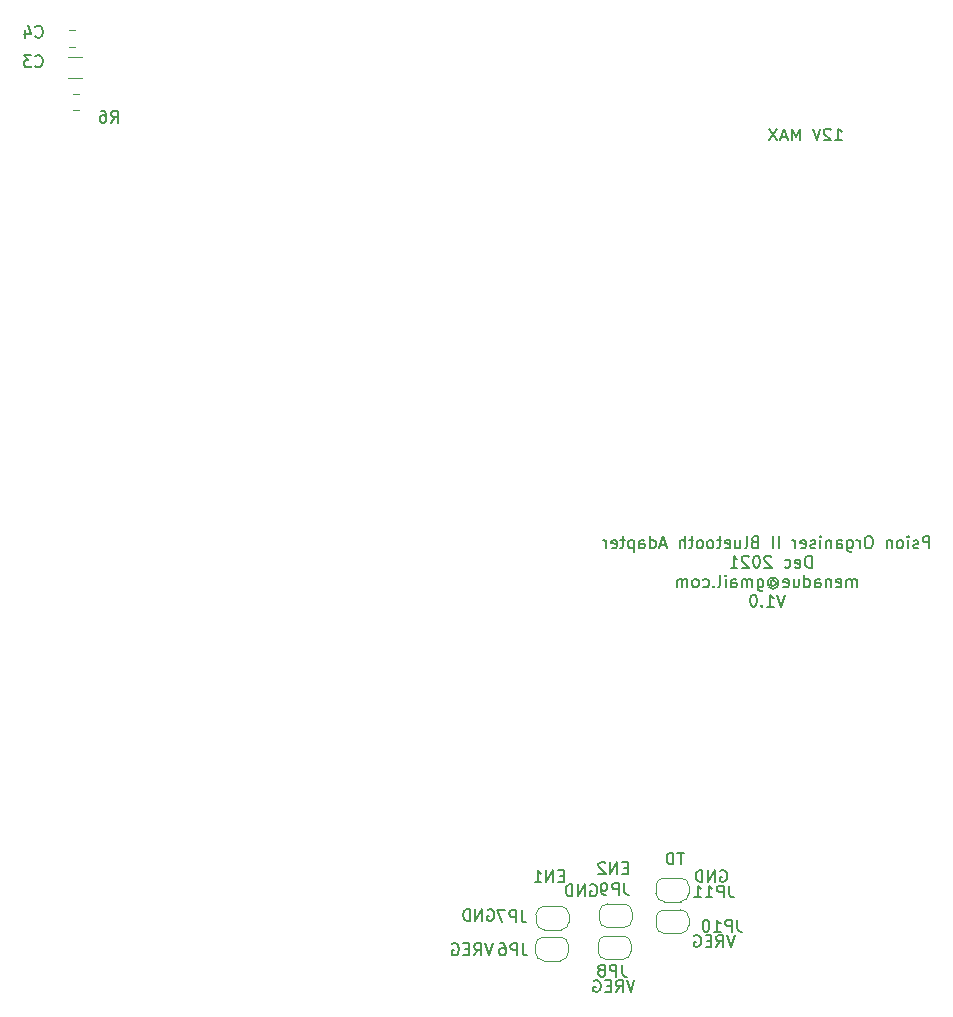
<source format=gbr>
G04 #@! TF.GenerationSoftware,KiCad,Pcbnew,5.1.5+dfsg1-2build2*
G04 #@! TF.CreationDate,2021-12-30T10:18:34+00:00*
G04 #@! TF.ProjectId,psion-org2-bluetooth-adapter,7073696f-6e2d-46f7-9267-322d626c7565,rev?*
G04 #@! TF.SameCoordinates,Original*
G04 #@! TF.FileFunction,Legend,Bot*
G04 #@! TF.FilePolarity,Positive*
%FSLAX46Y46*%
G04 Gerber Fmt 4.6, Leading zero omitted, Abs format (unit mm)*
G04 Created by KiCad (PCBNEW 5.1.5+dfsg1-2build2) date 2021-12-30 10:18:34*
%MOMM*%
%LPD*%
G04 APERTURE LIST*
%ADD10C,0.150000*%
%ADD11C,0.120000*%
G04 APERTURE END LIST*
D10*
X189376190Y-56452380D02*
X189947619Y-56452380D01*
X189661904Y-56452380D02*
X189661904Y-55452380D01*
X189757142Y-55595238D01*
X189852380Y-55690476D01*
X189947619Y-55738095D01*
X188995238Y-55547619D02*
X188947619Y-55500000D01*
X188852380Y-55452380D01*
X188614285Y-55452380D01*
X188519047Y-55500000D01*
X188471428Y-55547619D01*
X188423809Y-55642857D01*
X188423809Y-55738095D01*
X188471428Y-55880952D01*
X189042857Y-56452380D01*
X188423809Y-56452380D01*
X188138095Y-55452380D02*
X187804761Y-56452380D01*
X187471428Y-55452380D01*
X186376190Y-56452380D02*
X186376190Y-55452380D01*
X186042857Y-56166666D01*
X185709523Y-55452380D01*
X185709523Y-56452380D01*
X185280952Y-56166666D02*
X184804761Y-56166666D01*
X185376190Y-56452380D02*
X185042857Y-55452380D01*
X184709523Y-56452380D01*
X184471428Y-55452380D02*
X183804761Y-56452380D01*
X183804761Y-55452380D02*
X184471428Y-56452380D01*
X197361904Y-90977380D02*
X197361904Y-89977380D01*
X196980952Y-89977380D01*
X196885714Y-90025000D01*
X196838095Y-90072619D01*
X196790476Y-90167857D01*
X196790476Y-90310714D01*
X196838095Y-90405952D01*
X196885714Y-90453571D01*
X196980952Y-90501190D01*
X197361904Y-90501190D01*
X196409523Y-90929761D02*
X196314285Y-90977380D01*
X196123809Y-90977380D01*
X196028571Y-90929761D01*
X195980952Y-90834523D01*
X195980952Y-90786904D01*
X196028571Y-90691666D01*
X196123809Y-90644047D01*
X196266666Y-90644047D01*
X196361904Y-90596428D01*
X196409523Y-90501190D01*
X196409523Y-90453571D01*
X196361904Y-90358333D01*
X196266666Y-90310714D01*
X196123809Y-90310714D01*
X196028571Y-90358333D01*
X195552380Y-90977380D02*
X195552380Y-90310714D01*
X195552380Y-89977380D02*
X195600000Y-90025000D01*
X195552380Y-90072619D01*
X195504761Y-90025000D01*
X195552380Y-89977380D01*
X195552380Y-90072619D01*
X194933333Y-90977380D02*
X195028571Y-90929761D01*
X195076190Y-90882142D01*
X195123809Y-90786904D01*
X195123809Y-90501190D01*
X195076190Y-90405952D01*
X195028571Y-90358333D01*
X194933333Y-90310714D01*
X194790476Y-90310714D01*
X194695238Y-90358333D01*
X194647619Y-90405952D01*
X194600000Y-90501190D01*
X194600000Y-90786904D01*
X194647619Y-90882142D01*
X194695238Y-90929761D01*
X194790476Y-90977380D01*
X194933333Y-90977380D01*
X194171428Y-90310714D02*
X194171428Y-90977380D01*
X194171428Y-90405952D02*
X194123809Y-90358333D01*
X194028571Y-90310714D01*
X193885714Y-90310714D01*
X193790476Y-90358333D01*
X193742857Y-90453571D01*
X193742857Y-90977380D01*
X192314285Y-89977380D02*
X192123809Y-89977380D01*
X192028571Y-90025000D01*
X191933333Y-90120238D01*
X191885714Y-90310714D01*
X191885714Y-90644047D01*
X191933333Y-90834523D01*
X192028571Y-90929761D01*
X192123809Y-90977380D01*
X192314285Y-90977380D01*
X192409523Y-90929761D01*
X192504761Y-90834523D01*
X192552380Y-90644047D01*
X192552380Y-90310714D01*
X192504761Y-90120238D01*
X192409523Y-90025000D01*
X192314285Y-89977380D01*
X191457142Y-90977380D02*
X191457142Y-90310714D01*
X191457142Y-90501190D02*
X191409523Y-90405952D01*
X191361904Y-90358333D01*
X191266666Y-90310714D01*
X191171428Y-90310714D01*
X190409523Y-90310714D02*
X190409523Y-91120238D01*
X190457142Y-91215476D01*
X190504761Y-91263095D01*
X190600000Y-91310714D01*
X190742857Y-91310714D01*
X190838095Y-91263095D01*
X190409523Y-90929761D02*
X190504761Y-90977380D01*
X190695238Y-90977380D01*
X190790476Y-90929761D01*
X190838095Y-90882142D01*
X190885714Y-90786904D01*
X190885714Y-90501190D01*
X190838095Y-90405952D01*
X190790476Y-90358333D01*
X190695238Y-90310714D01*
X190504761Y-90310714D01*
X190409523Y-90358333D01*
X189504761Y-90977380D02*
X189504761Y-90453571D01*
X189552380Y-90358333D01*
X189647619Y-90310714D01*
X189838095Y-90310714D01*
X189933333Y-90358333D01*
X189504761Y-90929761D02*
X189600000Y-90977380D01*
X189838095Y-90977380D01*
X189933333Y-90929761D01*
X189980952Y-90834523D01*
X189980952Y-90739285D01*
X189933333Y-90644047D01*
X189838095Y-90596428D01*
X189600000Y-90596428D01*
X189504761Y-90548809D01*
X189028571Y-90310714D02*
X189028571Y-90977380D01*
X189028571Y-90405952D02*
X188980952Y-90358333D01*
X188885714Y-90310714D01*
X188742857Y-90310714D01*
X188647619Y-90358333D01*
X188600000Y-90453571D01*
X188600000Y-90977380D01*
X188123809Y-90977380D02*
X188123809Y-90310714D01*
X188123809Y-89977380D02*
X188171428Y-90025000D01*
X188123809Y-90072619D01*
X188076190Y-90025000D01*
X188123809Y-89977380D01*
X188123809Y-90072619D01*
X187695238Y-90929761D02*
X187600000Y-90977380D01*
X187409523Y-90977380D01*
X187314285Y-90929761D01*
X187266666Y-90834523D01*
X187266666Y-90786904D01*
X187314285Y-90691666D01*
X187409523Y-90644047D01*
X187552380Y-90644047D01*
X187647619Y-90596428D01*
X187695238Y-90501190D01*
X187695238Y-90453571D01*
X187647619Y-90358333D01*
X187552380Y-90310714D01*
X187409523Y-90310714D01*
X187314285Y-90358333D01*
X186457142Y-90929761D02*
X186552380Y-90977380D01*
X186742857Y-90977380D01*
X186838095Y-90929761D01*
X186885714Y-90834523D01*
X186885714Y-90453571D01*
X186838095Y-90358333D01*
X186742857Y-90310714D01*
X186552380Y-90310714D01*
X186457142Y-90358333D01*
X186409523Y-90453571D01*
X186409523Y-90548809D01*
X186885714Y-90644047D01*
X185980952Y-90977380D02*
X185980952Y-90310714D01*
X185980952Y-90501190D02*
X185933333Y-90405952D01*
X185885714Y-90358333D01*
X185790476Y-90310714D01*
X185695238Y-90310714D01*
X184600000Y-90977380D02*
X184600000Y-89977380D01*
X184123809Y-90977380D02*
X184123809Y-89977380D01*
X182552380Y-90453571D02*
X182409523Y-90501190D01*
X182361904Y-90548809D01*
X182314285Y-90644047D01*
X182314285Y-90786904D01*
X182361904Y-90882142D01*
X182409523Y-90929761D01*
X182504761Y-90977380D01*
X182885714Y-90977380D01*
X182885714Y-89977380D01*
X182552380Y-89977380D01*
X182457142Y-90025000D01*
X182409523Y-90072619D01*
X182361904Y-90167857D01*
X182361904Y-90263095D01*
X182409523Y-90358333D01*
X182457142Y-90405952D01*
X182552380Y-90453571D01*
X182885714Y-90453571D01*
X181742857Y-90977380D02*
X181838095Y-90929761D01*
X181885714Y-90834523D01*
X181885714Y-89977380D01*
X180933333Y-90310714D02*
X180933333Y-90977380D01*
X181361904Y-90310714D02*
X181361904Y-90834523D01*
X181314285Y-90929761D01*
X181219047Y-90977380D01*
X181076190Y-90977380D01*
X180980952Y-90929761D01*
X180933333Y-90882142D01*
X180076190Y-90929761D02*
X180171428Y-90977380D01*
X180361904Y-90977380D01*
X180457142Y-90929761D01*
X180504761Y-90834523D01*
X180504761Y-90453571D01*
X180457142Y-90358333D01*
X180361904Y-90310714D01*
X180171428Y-90310714D01*
X180076190Y-90358333D01*
X180028571Y-90453571D01*
X180028571Y-90548809D01*
X180504761Y-90644047D01*
X179742857Y-90310714D02*
X179361904Y-90310714D01*
X179600000Y-89977380D02*
X179600000Y-90834523D01*
X179552380Y-90929761D01*
X179457142Y-90977380D01*
X179361904Y-90977380D01*
X178885714Y-90977380D02*
X178980952Y-90929761D01*
X179028571Y-90882142D01*
X179076190Y-90786904D01*
X179076190Y-90501190D01*
X179028571Y-90405952D01*
X178980952Y-90358333D01*
X178885714Y-90310714D01*
X178742857Y-90310714D01*
X178647619Y-90358333D01*
X178600000Y-90405952D01*
X178552380Y-90501190D01*
X178552380Y-90786904D01*
X178600000Y-90882142D01*
X178647619Y-90929761D01*
X178742857Y-90977380D01*
X178885714Y-90977380D01*
X177980952Y-90977380D02*
X178076190Y-90929761D01*
X178123809Y-90882142D01*
X178171428Y-90786904D01*
X178171428Y-90501190D01*
X178123809Y-90405952D01*
X178076190Y-90358333D01*
X177980952Y-90310714D01*
X177838095Y-90310714D01*
X177742857Y-90358333D01*
X177695238Y-90405952D01*
X177647619Y-90501190D01*
X177647619Y-90786904D01*
X177695238Y-90882142D01*
X177742857Y-90929761D01*
X177838095Y-90977380D01*
X177980952Y-90977380D01*
X177361904Y-90310714D02*
X176980952Y-90310714D01*
X177219047Y-89977380D02*
X177219047Y-90834523D01*
X177171428Y-90929761D01*
X177076190Y-90977380D01*
X176980952Y-90977380D01*
X176647619Y-90977380D02*
X176647619Y-89977380D01*
X176219047Y-90977380D02*
X176219047Y-90453571D01*
X176266666Y-90358333D01*
X176361904Y-90310714D01*
X176504761Y-90310714D01*
X176600000Y-90358333D01*
X176647619Y-90405952D01*
X175028571Y-90691666D02*
X174552380Y-90691666D01*
X175123809Y-90977380D02*
X174790476Y-89977380D01*
X174457142Y-90977380D01*
X173695238Y-90977380D02*
X173695238Y-89977380D01*
X173695238Y-90929761D02*
X173790476Y-90977380D01*
X173980952Y-90977380D01*
X174076190Y-90929761D01*
X174123809Y-90882142D01*
X174171428Y-90786904D01*
X174171428Y-90501190D01*
X174123809Y-90405952D01*
X174076190Y-90358333D01*
X173980952Y-90310714D01*
X173790476Y-90310714D01*
X173695238Y-90358333D01*
X172790476Y-90977380D02*
X172790476Y-90453571D01*
X172838095Y-90358333D01*
X172933333Y-90310714D01*
X173123809Y-90310714D01*
X173219047Y-90358333D01*
X172790476Y-90929761D02*
X172885714Y-90977380D01*
X173123809Y-90977380D01*
X173219047Y-90929761D01*
X173266666Y-90834523D01*
X173266666Y-90739285D01*
X173219047Y-90644047D01*
X173123809Y-90596428D01*
X172885714Y-90596428D01*
X172790476Y-90548809D01*
X172314285Y-90310714D02*
X172314285Y-91310714D01*
X172314285Y-90358333D02*
X172219047Y-90310714D01*
X172028571Y-90310714D01*
X171933333Y-90358333D01*
X171885714Y-90405952D01*
X171838095Y-90501190D01*
X171838095Y-90786904D01*
X171885714Y-90882142D01*
X171933333Y-90929761D01*
X172028571Y-90977380D01*
X172219047Y-90977380D01*
X172314285Y-90929761D01*
X171552380Y-90310714D02*
X171171428Y-90310714D01*
X171409523Y-89977380D02*
X171409523Y-90834523D01*
X171361904Y-90929761D01*
X171266666Y-90977380D01*
X171171428Y-90977380D01*
X170457142Y-90929761D02*
X170552380Y-90977380D01*
X170742857Y-90977380D01*
X170838095Y-90929761D01*
X170885714Y-90834523D01*
X170885714Y-90453571D01*
X170838095Y-90358333D01*
X170742857Y-90310714D01*
X170552380Y-90310714D01*
X170457142Y-90358333D01*
X170409523Y-90453571D01*
X170409523Y-90548809D01*
X170885714Y-90644047D01*
X169980952Y-90977380D02*
X169980952Y-90310714D01*
X169980952Y-90501190D02*
X169933333Y-90405952D01*
X169885714Y-90358333D01*
X169790476Y-90310714D01*
X169695238Y-90310714D01*
X187385714Y-92627380D02*
X187385714Y-91627380D01*
X187147619Y-91627380D01*
X187004761Y-91675000D01*
X186909523Y-91770238D01*
X186861904Y-91865476D01*
X186814285Y-92055952D01*
X186814285Y-92198809D01*
X186861904Y-92389285D01*
X186909523Y-92484523D01*
X187004761Y-92579761D01*
X187147619Y-92627380D01*
X187385714Y-92627380D01*
X186004761Y-92579761D02*
X186100000Y-92627380D01*
X186290476Y-92627380D01*
X186385714Y-92579761D01*
X186433333Y-92484523D01*
X186433333Y-92103571D01*
X186385714Y-92008333D01*
X186290476Y-91960714D01*
X186100000Y-91960714D01*
X186004761Y-92008333D01*
X185957142Y-92103571D01*
X185957142Y-92198809D01*
X186433333Y-92294047D01*
X185100000Y-92579761D02*
X185195238Y-92627380D01*
X185385714Y-92627380D01*
X185480952Y-92579761D01*
X185528571Y-92532142D01*
X185576190Y-92436904D01*
X185576190Y-92151190D01*
X185528571Y-92055952D01*
X185480952Y-92008333D01*
X185385714Y-91960714D01*
X185195238Y-91960714D01*
X185100000Y-92008333D01*
X183957142Y-91722619D02*
X183909523Y-91675000D01*
X183814285Y-91627380D01*
X183576190Y-91627380D01*
X183480952Y-91675000D01*
X183433333Y-91722619D01*
X183385714Y-91817857D01*
X183385714Y-91913095D01*
X183433333Y-92055952D01*
X184004761Y-92627380D01*
X183385714Y-92627380D01*
X182766666Y-91627380D02*
X182671428Y-91627380D01*
X182576190Y-91675000D01*
X182528571Y-91722619D01*
X182480952Y-91817857D01*
X182433333Y-92008333D01*
X182433333Y-92246428D01*
X182480952Y-92436904D01*
X182528571Y-92532142D01*
X182576190Y-92579761D01*
X182671428Y-92627380D01*
X182766666Y-92627380D01*
X182861904Y-92579761D01*
X182909523Y-92532142D01*
X182957142Y-92436904D01*
X183004761Y-92246428D01*
X183004761Y-92008333D01*
X182957142Y-91817857D01*
X182909523Y-91722619D01*
X182861904Y-91675000D01*
X182766666Y-91627380D01*
X182052380Y-91722619D02*
X182004761Y-91675000D01*
X181909523Y-91627380D01*
X181671428Y-91627380D01*
X181576190Y-91675000D01*
X181528571Y-91722619D01*
X181480952Y-91817857D01*
X181480952Y-91913095D01*
X181528571Y-92055952D01*
X182100000Y-92627380D01*
X181480952Y-92627380D01*
X180528571Y-92627380D02*
X181100000Y-92627380D01*
X180814285Y-92627380D02*
X180814285Y-91627380D01*
X180909523Y-91770238D01*
X181004761Y-91865476D01*
X181100000Y-91913095D01*
X191195238Y-94277380D02*
X191195238Y-93610714D01*
X191195238Y-93705952D02*
X191147619Y-93658333D01*
X191052380Y-93610714D01*
X190909523Y-93610714D01*
X190814285Y-93658333D01*
X190766666Y-93753571D01*
X190766666Y-94277380D01*
X190766666Y-93753571D02*
X190719047Y-93658333D01*
X190623809Y-93610714D01*
X190480952Y-93610714D01*
X190385714Y-93658333D01*
X190338095Y-93753571D01*
X190338095Y-94277380D01*
X189480952Y-94229761D02*
X189576190Y-94277380D01*
X189766666Y-94277380D01*
X189861904Y-94229761D01*
X189909523Y-94134523D01*
X189909523Y-93753571D01*
X189861904Y-93658333D01*
X189766666Y-93610714D01*
X189576190Y-93610714D01*
X189480952Y-93658333D01*
X189433333Y-93753571D01*
X189433333Y-93848809D01*
X189909523Y-93944047D01*
X189004761Y-93610714D02*
X189004761Y-94277380D01*
X189004761Y-93705952D02*
X188957142Y-93658333D01*
X188861904Y-93610714D01*
X188719047Y-93610714D01*
X188623809Y-93658333D01*
X188576190Y-93753571D01*
X188576190Y-94277380D01*
X187671428Y-94277380D02*
X187671428Y-93753571D01*
X187719047Y-93658333D01*
X187814285Y-93610714D01*
X188004761Y-93610714D01*
X188100000Y-93658333D01*
X187671428Y-94229761D02*
X187766666Y-94277380D01*
X188004761Y-94277380D01*
X188100000Y-94229761D01*
X188147619Y-94134523D01*
X188147619Y-94039285D01*
X188100000Y-93944047D01*
X188004761Y-93896428D01*
X187766666Y-93896428D01*
X187671428Y-93848809D01*
X186766666Y-94277380D02*
X186766666Y-93277380D01*
X186766666Y-94229761D02*
X186861904Y-94277380D01*
X187052380Y-94277380D01*
X187147619Y-94229761D01*
X187195238Y-94182142D01*
X187242857Y-94086904D01*
X187242857Y-93801190D01*
X187195238Y-93705952D01*
X187147619Y-93658333D01*
X187052380Y-93610714D01*
X186861904Y-93610714D01*
X186766666Y-93658333D01*
X185861904Y-93610714D02*
X185861904Y-94277380D01*
X186290476Y-93610714D02*
X186290476Y-94134523D01*
X186242857Y-94229761D01*
X186147619Y-94277380D01*
X186004761Y-94277380D01*
X185909523Y-94229761D01*
X185861904Y-94182142D01*
X185004761Y-94229761D02*
X185100000Y-94277380D01*
X185290476Y-94277380D01*
X185385714Y-94229761D01*
X185433333Y-94134523D01*
X185433333Y-93753571D01*
X185385714Y-93658333D01*
X185290476Y-93610714D01*
X185100000Y-93610714D01*
X185004761Y-93658333D01*
X184957142Y-93753571D01*
X184957142Y-93848809D01*
X185433333Y-93944047D01*
X183909523Y-93801190D02*
X183957142Y-93753571D01*
X184052380Y-93705952D01*
X184147619Y-93705952D01*
X184242857Y-93753571D01*
X184290476Y-93801190D01*
X184338095Y-93896428D01*
X184338095Y-93991666D01*
X184290476Y-94086904D01*
X184242857Y-94134523D01*
X184147619Y-94182142D01*
X184052380Y-94182142D01*
X183957142Y-94134523D01*
X183909523Y-94086904D01*
X183909523Y-93705952D02*
X183909523Y-94086904D01*
X183861904Y-94134523D01*
X183814285Y-94134523D01*
X183719047Y-94086904D01*
X183671428Y-93991666D01*
X183671428Y-93753571D01*
X183766666Y-93610714D01*
X183909523Y-93515476D01*
X184100000Y-93467857D01*
X184290476Y-93515476D01*
X184433333Y-93610714D01*
X184528571Y-93753571D01*
X184576190Y-93944047D01*
X184528571Y-94134523D01*
X184433333Y-94277380D01*
X184290476Y-94372619D01*
X184100000Y-94420238D01*
X183909523Y-94372619D01*
X183766666Y-94277380D01*
X182814285Y-93610714D02*
X182814285Y-94420238D01*
X182861904Y-94515476D01*
X182909523Y-94563095D01*
X183004761Y-94610714D01*
X183147619Y-94610714D01*
X183242857Y-94563095D01*
X182814285Y-94229761D02*
X182909523Y-94277380D01*
X183100000Y-94277380D01*
X183195238Y-94229761D01*
X183242857Y-94182142D01*
X183290476Y-94086904D01*
X183290476Y-93801190D01*
X183242857Y-93705952D01*
X183195238Y-93658333D01*
X183100000Y-93610714D01*
X182909523Y-93610714D01*
X182814285Y-93658333D01*
X182338095Y-94277380D02*
X182338095Y-93610714D01*
X182338095Y-93705952D02*
X182290476Y-93658333D01*
X182195238Y-93610714D01*
X182052380Y-93610714D01*
X181957142Y-93658333D01*
X181909523Y-93753571D01*
X181909523Y-94277380D01*
X181909523Y-93753571D02*
X181861904Y-93658333D01*
X181766666Y-93610714D01*
X181623809Y-93610714D01*
X181528571Y-93658333D01*
X181480952Y-93753571D01*
X181480952Y-94277380D01*
X180576190Y-94277380D02*
X180576190Y-93753571D01*
X180623809Y-93658333D01*
X180719047Y-93610714D01*
X180909523Y-93610714D01*
X181004761Y-93658333D01*
X180576190Y-94229761D02*
X180671428Y-94277380D01*
X180909523Y-94277380D01*
X181004761Y-94229761D01*
X181052380Y-94134523D01*
X181052380Y-94039285D01*
X181004761Y-93944047D01*
X180909523Y-93896428D01*
X180671428Y-93896428D01*
X180576190Y-93848809D01*
X180100000Y-94277380D02*
X180100000Y-93610714D01*
X180100000Y-93277380D02*
X180147619Y-93325000D01*
X180100000Y-93372619D01*
X180052380Y-93325000D01*
X180100000Y-93277380D01*
X180100000Y-93372619D01*
X179480952Y-94277380D02*
X179576190Y-94229761D01*
X179623809Y-94134523D01*
X179623809Y-93277380D01*
X179100000Y-94182142D02*
X179052380Y-94229761D01*
X179100000Y-94277380D01*
X179147619Y-94229761D01*
X179100000Y-94182142D01*
X179100000Y-94277380D01*
X178195238Y-94229761D02*
X178290476Y-94277380D01*
X178480952Y-94277380D01*
X178576190Y-94229761D01*
X178623809Y-94182142D01*
X178671428Y-94086904D01*
X178671428Y-93801190D01*
X178623809Y-93705952D01*
X178576190Y-93658333D01*
X178480952Y-93610714D01*
X178290476Y-93610714D01*
X178195238Y-93658333D01*
X177623809Y-94277380D02*
X177719047Y-94229761D01*
X177766666Y-94182142D01*
X177814285Y-94086904D01*
X177814285Y-93801190D01*
X177766666Y-93705952D01*
X177719047Y-93658333D01*
X177623809Y-93610714D01*
X177480952Y-93610714D01*
X177385714Y-93658333D01*
X177338095Y-93705952D01*
X177290476Y-93801190D01*
X177290476Y-94086904D01*
X177338095Y-94182142D01*
X177385714Y-94229761D01*
X177480952Y-94277380D01*
X177623809Y-94277380D01*
X176861904Y-94277380D02*
X176861904Y-93610714D01*
X176861904Y-93705952D02*
X176814285Y-93658333D01*
X176719047Y-93610714D01*
X176576190Y-93610714D01*
X176480952Y-93658333D01*
X176433333Y-93753571D01*
X176433333Y-94277380D01*
X176433333Y-93753571D02*
X176385714Y-93658333D01*
X176290476Y-93610714D01*
X176147619Y-93610714D01*
X176052380Y-93658333D01*
X176004761Y-93753571D01*
X176004761Y-94277380D01*
X185123809Y-94927380D02*
X184790476Y-95927380D01*
X184457142Y-94927380D01*
X183600000Y-95927380D02*
X184171428Y-95927380D01*
X183885714Y-95927380D02*
X183885714Y-94927380D01*
X183980952Y-95070238D01*
X184076190Y-95165476D01*
X184171428Y-95213095D01*
X183171428Y-95832142D02*
X183123809Y-95879761D01*
X183171428Y-95927380D01*
X183219047Y-95879761D01*
X183171428Y-95832142D01*
X183171428Y-95927380D01*
X182504761Y-94927380D02*
X182409523Y-94927380D01*
X182314285Y-94975000D01*
X182266666Y-95022619D01*
X182219047Y-95117857D01*
X182171428Y-95308333D01*
X182171428Y-95546428D01*
X182219047Y-95736904D01*
X182266666Y-95832142D01*
X182314285Y-95879761D01*
X182409523Y-95927380D01*
X182504761Y-95927380D01*
X182600000Y-95879761D01*
X182647619Y-95832142D01*
X182695238Y-95736904D01*
X182742857Y-95546428D01*
X182742857Y-95308333D01*
X182695238Y-95117857D01*
X182647619Y-95022619D01*
X182600000Y-94975000D01*
X182504761Y-94927380D01*
X166414285Y-118728571D02*
X166080952Y-118728571D01*
X165938095Y-119252380D02*
X166414285Y-119252380D01*
X166414285Y-118252380D01*
X165938095Y-118252380D01*
X165509523Y-119252380D02*
X165509523Y-118252380D01*
X164938095Y-119252380D01*
X164938095Y-118252380D01*
X163938095Y-119252380D02*
X164509523Y-119252380D01*
X164223809Y-119252380D02*
X164223809Y-118252380D01*
X164319047Y-118395238D01*
X164414285Y-118490476D01*
X164509523Y-118538095D01*
X171814285Y-118028571D02*
X171480952Y-118028571D01*
X171338095Y-118552380D02*
X171814285Y-118552380D01*
X171814285Y-117552380D01*
X171338095Y-117552380D01*
X170909523Y-118552380D02*
X170909523Y-117552380D01*
X170338095Y-118552380D01*
X170338095Y-117552380D01*
X169909523Y-117647619D02*
X169861904Y-117600000D01*
X169766666Y-117552380D01*
X169528571Y-117552380D01*
X169433333Y-117600000D01*
X169385714Y-117647619D01*
X169338095Y-117742857D01*
X169338095Y-117838095D01*
X169385714Y-117980952D01*
X169957142Y-118552380D01*
X169338095Y-118552380D01*
X176585714Y-116752380D02*
X176014285Y-116752380D01*
X176300000Y-117752380D02*
X176300000Y-116752380D01*
X175680952Y-117752380D02*
X175680952Y-116752380D01*
X175442857Y-116752380D01*
X175300000Y-116800000D01*
X175204761Y-116895238D01*
X175157142Y-116990476D01*
X175109523Y-117180952D01*
X175109523Y-117323809D01*
X175157142Y-117514285D01*
X175204761Y-117609523D01*
X175300000Y-117704761D01*
X175442857Y-117752380D01*
X175680952Y-117752380D01*
X172385714Y-127552380D02*
X172052380Y-128552380D01*
X171719047Y-127552380D01*
X170814285Y-128552380D02*
X171147619Y-128076190D01*
X171385714Y-128552380D02*
X171385714Y-127552380D01*
X171004761Y-127552380D01*
X170909523Y-127600000D01*
X170861904Y-127647619D01*
X170814285Y-127742857D01*
X170814285Y-127885714D01*
X170861904Y-127980952D01*
X170909523Y-128028571D01*
X171004761Y-128076190D01*
X171385714Y-128076190D01*
X170385714Y-128028571D02*
X170052380Y-128028571D01*
X169909523Y-128552380D02*
X170385714Y-128552380D01*
X170385714Y-127552380D01*
X169909523Y-127552380D01*
X168957142Y-127600000D02*
X169052380Y-127552380D01*
X169195238Y-127552380D01*
X169338095Y-127600000D01*
X169433333Y-127695238D01*
X169480952Y-127790476D01*
X169528571Y-127980952D01*
X169528571Y-128123809D01*
X169480952Y-128314285D01*
X169433333Y-128409523D01*
X169338095Y-128504761D01*
X169195238Y-128552380D01*
X169100000Y-128552380D01*
X168957142Y-128504761D01*
X168909523Y-128457142D01*
X168909523Y-128123809D01*
X169100000Y-128123809D01*
X160385714Y-124452380D02*
X160052380Y-125452380D01*
X159719047Y-124452380D01*
X158814285Y-125452380D02*
X159147619Y-124976190D01*
X159385714Y-125452380D02*
X159385714Y-124452380D01*
X159004761Y-124452380D01*
X158909523Y-124500000D01*
X158861904Y-124547619D01*
X158814285Y-124642857D01*
X158814285Y-124785714D01*
X158861904Y-124880952D01*
X158909523Y-124928571D01*
X159004761Y-124976190D01*
X159385714Y-124976190D01*
X158385714Y-124928571D02*
X158052380Y-124928571D01*
X157909523Y-125452380D02*
X158385714Y-125452380D01*
X158385714Y-124452380D01*
X157909523Y-124452380D01*
X156957142Y-124500000D02*
X157052380Y-124452380D01*
X157195238Y-124452380D01*
X157338095Y-124500000D01*
X157433333Y-124595238D01*
X157480952Y-124690476D01*
X157528571Y-124880952D01*
X157528571Y-125023809D01*
X157480952Y-125214285D01*
X157433333Y-125309523D01*
X157338095Y-125404761D01*
X157195238Y-125452380D01*
X157100000Y-125452380D01*
X156957142Y-125404761D01*
X156909523Y-125357142D01*
X156909523Y-125023809D01*
X157100000Y-125023809D01*
X159961904Y-121600000D02*
X160057142Y-121552380D01*
X160200000Y-121552380D01*
X160342857Y-121600000D01*
X160438095Y-121695238D01*
X160485714Y-121790476D01*
X160533333Y-121980952D01*
X160533333Y-122123809D01*
X160485714Y-122314285D01*
X160438095Y-122409523D01*
X160342857Y-122504761D01*
X160200000Y-122552380D01*
X160104761Y-122552380D01*
X159961904Y-122504761D01*
X159914285Y-122457142D01*
X159914285Y-122123809D01*
X160104761Y-122123809D01*
X159485714Y-122552380D02*
X159485714Y-121552380D01*
X158914285Y-122552380D01*
X158914285Y-121552380D01*
X158438095Y-122552380D02*
X158438095Y-121552380D01*
X158200000Y-121552380D01*
X158057142Y-121600000D01*
X157961904Y-121695238D01*
X157914285Y-121790476D01*
X157866666Y-121980952D01*
X157866666Y-122123809D01*
X157914285Y-122314285D01*
X157961904Y-122409523D01*
X158057142Y-122504761D01*
X158200000Y-122552380D01*
X158438095Y-122552380D01*
X168661904Y-119500000D02*
X168757142Y-119452380D01*
X168900000Y-119452380D01*
X169042857Y-119500000D01*
X169138095Y-119595238D01*
X169185714Y-119690476D01*
X169233333Y-119880952D01*
X169233333Y-120023809D01*
X169185714Y-120214285D01*
X169138095Y-120309523D01*
X169042857Y-120404761D01*
X168900000Y-120452380D01*
X168804761Y-120452380D01*
X168661904Y-120404761D01*
X168614285Y-120357142D01*
X168614285Y-120023809D01*
X168804761Y-120023809D01*
X168185714Y-120452380D02*
X168185714Y-119452380D01*
X167614285Y-120452380D01*
X167614285Y-119452380D01*
X167138095Y-120452380D02*
X167138095Y-119452380D01*
X166900000Y-119452380D01*
X166757142Y-119500000D01*
X166661904Y-119595238D01*
X166614285Y-119690476D01*
X166566666Y-119880952D01*
X166566666Y-120023809D01*
X166614285Y-120214285D01*
X166661904Y-120309523D01*
X166757142Y-120404761D01*
X166900000Y-120452380D01*
X167138095Y-120452380D01*
X180885714Y-123752380D02*
X180552380Y-124752380D01*
X180219047Y-123752380D01*
X179314285Y-124752380D02*
X179647619Y-124276190D01*
X179885714Y-124752380D02*
X179885714Y-123752380D01*
X179504761Y-123752380D01*
X179409523Y-123800000D01*
X179361904Y-123847619D01*
X179314285Y-123942857D01*
X179314285Y-124085714D01*
X179361904Y-124180952D01*
X179409523Y-124228571D01*
X179504761Y-124276190D01*
X179885714Y-124276190D01*
X178885714Y-124228571D02*
X178552380Y-124228571D01*
X178409523Y-124752380D02*
X178885714Y-124752380D01*
X178885714Y-123752380D01*
X178409523Y-123752380D01*
X177457142Y-123800000D02*
X177552380Y-123752380D01*
X177695238Y-123752380D01*
X177838095Y-123800000D01*
X177933333Y-123895238D01*
X177980952Y-123990476D01*
X178028571Y-124180952D01*
X178028571Y-124323809D01*
X177980952Y-124514285D01*
X177933333Y-124609523D01*
X177838095Y-124704761D01*
X177695238Y-124752380D01*
X177600000Y-124752380D01*
X177457142Y-124704761D01*
X177409523Y-124657142D01*
X177409523Y-124323809D01*
X177600000Y-124323809D01*
X179661904Y-118300000D02*
X179757142Y-118252380D01*
X179900000Y-118252380D01*
X180042857Y-118300000D01*
X180138095Y-118395238D01*
X180185714Y-118490476D01*
X180233333Y-118680952D01*
X180233333Y-118823809D01*
X180185714Y-119014285D01*
X180138095Y-119109523D01*
X180042857Y-119204761D01*
X179900000Y-119252380D01*
X179804761Y-119252380D01*
X179661904Y-119204761D01*
X179614285Y-119157142D01*
X179614285Y-118823809D01*
X179804761Y-118823809D01*
X179185714Y-119252380D02*
X179185714Y-118252380D01*
X178614285Y-119252380D01*
X178614285Y-118252380D01*
X178138095Y-119252380D02*
X178138095Y-118252380D01*
X177900000Y-118252380D01*
X177757142Y-118300000D01*
X177661904Y-118395238D01*
X177614285Y-118490476D01*
X177566666Y-118680952D01*
X177566666Y-118823809D01*
X177614285Y-119014285D01*
X177661904Y-119109523D01*
X177757142Y-119204761D01*
X177900000Y-119252380D01*
X178138095Y-119252380D01*
D11*
X170000000Y-125800000D02*
X171400000Y-125800000D01*
X172100000Y-125100000D02*
X172100000Y-124500000D01*
X171400000Y-123800000D02*
X170000000Y-123800000D01*
X169300000Y-124500000D02*
X169300000Y-125100000D01*
X169300000Y-125100000D02*
G75*
G03X170000000Y-125800000I700000J0D01*
G01*
X170000000Y-123800000D02*
G75*
G03X169300000Y-124500000I0J-700000D01*
G01*
X172100000Y-124500000D02*
G75*
G03X171400000Y-123800000I-700000J0D01*
G01*
X171400000Y-125800000D02*
G75*
G03X172100000Y-125100000I0J700000D01*
G01*
X176300000Y-118900000D02*
X174900000Y-118900000D01*
X174200000Y-119600000D02*
X174200000Y-120200000D01*
X174900000Y-120900000D02*
X176300000Y-120900000D01*
X177000000Y-120200000D02*
X177000000Y-119600000D01*
X177000000Y-119600000D02*
G75*
G03X176300000Y-118900000I-700000J0D01*
G01*
X176300000Y-120900000D02*
G75*
G03X177000000Y-120200000I0J700000D01*
G01*
X174200000Y-120200000D02*
G75*
G03X174900000Y-120900000I700000J0D01*
G01*
X174900000Y-118900000D02*
G75*
G03X174200000Y-119600000I0J-700000D01*
G01*
X176300000Y-121600000D02*
X174900000Y-121600000D01*
X174200000Y-122300000D02*
X174200000Y-122900000D01*
X174900000Y-123600000D02*
X176300000Y-123600000D01*
X177000000Y-122900000D02*
X177000000Y-122300000D01*
X177000000Y-122300000D02*
G75*
G03X176300000Y-121600000I-700000J0D01*
G01*
X176300000Y-123600000D02*
G75*
G03X177000000Y-122900000I0J700000D01*
G01*
X174200000Y-122900000D02*
G75*
G03X174900000Y-123600000I700000J0D01*
G01*
X174900000Y-121600000D02*
G75*
G03X174200000Y-122300000I0J-700000D01*
G01*
X170100000Y-123100000D02*
X171500000Y-123100000D01*
X172200000Y-122400000D02*
X172200000Y-121800000D01*
X171500000Y-121100000D02*
X170100000Y-121100000D01*
X169400000Y-121800000D02*
X169400000Y-122400000D01*
X169400000Y-122400000D02*
G75*
G03X170100000Y-123100000I700000J0D01*
G01*
X170100000Y-121100000D02*
G75*
G03X169400000Y-121800000I0J-700000D01*
G01*
X172200000Y-121800000D02*
G75*
G03X171500000Y-121100000I-700000J0D01*
G01*
X171500000Y-123100000D02*
G75*
G03X172200000Y-122400000I0J700000D01*
G01*
X166150000Y-121300000D02*
X164750000Y-121300000D01*
X164050000Y-122000000D02*
X164050000Y-122600000D01*
X164750000Y-123300000D02*
X166150000Y-123300000D01*
X166850000Y-122600000D02*
X166850000Y-122000000D01*
X166850000Y-122000000D02*
G75*
G03X166150000Y-121300000I-700000J0D01*
G01*
X166150000Y-123300000D02*
G75*
G03X166850000Y-122600000I0J700000D01*
G01*
X164050000Y-122600000D02*
G75*
G03X164750000Y-123300000I700000J0D01*
G01*
X164750000Y-121300000D02*
G75*
G03X164050000Y-122000000I0J-700000D01*
G01*
X166100000Y-123900000D02*
X164700000Y-123900000D01*
X164000000Y-124600000D02*
X164000000Y-125200000D01*
X164700000Y-125900000D02*
X166100000Y-125900000D01*
X166800000Y-125200000D02*
X166800000Y-124600000D01*
X166800000Y-124600000D02*
G75*
G03X166100000Y-123900000I-700000J0D01*
G01*
X166100000Y-125900000D02*
G75*
G03X166800000Y-125200000I0J700000D01*
G01*
X164000000Y-125200000D02*
G75*
G03X164700000Y-125900000I700000J0D01*
G01*
X164700000Y-123900000D02*
G75*
G03X164000000Y-124600000I0J-700000D01*
G01*
X124397936Y-49390000D02*
X125602064Y-49390000D01*
X124397936Y-51210000D02*
X125602064Y-51210000D01*
X125358578Y-53910000D02*
X124841422Y-53910000D01*
X125358578Y-52490000D02*
X124841422Y-52490000D01*
X124541422Y-47090000D02*
X125058578Y-47090000D01*
X124541422Y-48510000D02*
X125058578Y-48510000D01*
D10*
X171333333Y-126252380D02*
X171333333Y-126966666D01*
X171380952Y-127109523D01*
X171476190Y-127204761D01*
X171619047Y-127252380D01*
X171714285Y-127252380D01*
X170857142Y-127252380D02*
X170857142Y-126252380D01*
X170476190Y-126252380D01*
X170380952Y-126300000D01*
X170333333Y-126347619D01*
X170285714Y-126442857D01*
X170285714Y-126585714D01*
X170333333Y-126680952D01*
X170380952Y-126728571D01*
X170476190Y-126776190D01*
X170857142Y-126776190D01*
X169714285Y-126680952D02*
X169809523Y-126633333D01*
X169857142Y-126585714D01*
X169904761Y-126490476D01*
X169904761Y-126442857D01*
X169857142Y-126347619D01*
X169809523Y-126300000D01*
X169714285Y-126252380D01*
X169523809Y-126252380D01*
X169428571Y-126300000D01*
X169380952Y-126347619D01*
X169333333Y-126442857D01*
X169333333Y-126490476D01*
X169380952Y-126585714D01*
X169428571Y-126633333D01*
X169523809Y-126680952D01*
X169714285Y-126680952D01*
X169809523Y-126728571D01*
X169857142Y-126776190D01*
X169904761Y-126871428D01*
X169904761Y-127061904D01*
X169857142Y-127157142D01*
X169809523Y-127204761D01*
X169714285Y-127252380D01*
X169523809Y-127252380D01*
X169428571Y-127204761D01*
X169380952Y-127157142D01*
X169333333Y-127061904D01*
X169333333Y-126871428D01*
X169380952Y-126776190D01*
X169428571Y-126728571D01*
X169523809Y-126680952D01*
X180409523Y-119552380D02*
X180409523Y-120266666D01*
X180457142Y-120409523D01*
X180552380Y-120504761D01*
X180695238Y-120552380D01*
X180790476Y-120552380D01*
X179933333Y-120552380D02*
X179933333Y-119552380D01*
X179552380Y-119552380D01*
X179457142Y-119600000D01*
X179409523Y-119647619D01*
X179361904Y-119742857D01*
X179361904Y-119885714D01*
X179409523Y-119980952D01*
X179457142Y-120028571D01*
X179552380Y-120076190D01*
X179933333Y-120076190D01*
X178409523Y-120552380D02*
X178980952Y-120552380D01*
X178695238Y-120552380D02*
X178695238Y-119552380D01*
X178790476Y-119695238D01*
X178885714Y-119790476D01*
X178980952Y-119838095D01*
X177457142Y-120552380D02*
X178028571Y-120552380D01*
X177742857Y-120552380D02*
X177742857Y-119552380D01*
X177838095Y-119695238D01*
X177933333Y-119790476D01*
X178028571Y-119838095D01*
X181109523Y-122452380D02*
X181109523Y-123166666D01*
X181157142Y-123309523D01*
X181252380Y-123404761D01*
X181395238Y-123452380D01*
X181490476Y-123452380D01*
X180633333Y-123452380D02*
X180633333Y-122452380D01*
X180252380Y-122452380D01*
X180157142Y-122500000D01*
X180109523Y-122547619D01*
X180061904Y-122642857D01*
X180061904Y-122785714D01*
X180109523Y-122880952D01*
X180157142Y-122928571D01*
X180252380Y-122976190D01*
X180633333Y-122976190D01*
X179109523Y-123452380D02*
X179680952Y-123452380D01*
X179395238Y-123452380D02*
X179395238Y-122452380D01*
X179490476Y-122595238D01*
X179585714Y-122690476D01*
X179680952Y-122738095D01*
X178490476Y-122452380D02*
X178395238Y-122452380D01*
X178300000Y-122500000D01*
X178252380Y-122547619D01*
X178204761Y-122642857D01*
X178157142Y-122833333D01*
X178157142Y-123071428D01*
X178204761Y-123261904D01*
X178252380Y-123357142D01*
X178300000Y-123404761D01*
X178395238Y-123452380D01*
X178490476Y-123452380D01*
X178585714Y-123404761D01*
X178633333Y-123357142D01*
X178680952Y-123261904D01*
X178728571Y-123071428D01*
X178728571Y-122833333D01*
X178680952Y-122642857D01*
X178633333Y-122547619D01*
X178585714Y-122500000D01*
X178490476Y-122452380D01*
X171533333Y-119352380D02*
X171533333Y-120066666D01*
X171580952Y-120209523D01*
X171676190Y-120304761D01*
X171819047Y-120352380D01*
X171914285Y-120352380D01*
X171057142Y-120352380D02*
X171057142Y-119352380D01*
X170676190Y-119352380D01*
X170580952Y-119400000D01*
X170533333Y-119447619D01*
X170485714Y-119542857D01*
X170485714Y-119685714D01*
X170533333Y-119780952D01*
X170580952Y-119828571D01*
X170676190Y-119876190D01*
X171057142Y-119876190D01*
X170009523Y-120352380D02*
X169819047Y-120352380D01*
X169723809Y-120304761D01*
X169676190Y-120257142D01*
X169580952Y-120114285D01*
X169533333Y-119923809D01*
X169533333Y-119542857D01*
X169580952Y-119447619D01*
X169628571Y-119400000D01*
X169723809Y-119352380D01*
X169914285Y-119352380D01*
X170009523Y-119400000D01*
X170057142Y-119447619D01*
X170104761Y-119542857D01*
X170104761Y-119780952D01*
X170057142Y-119876190D01*
X170009523Y-119923809D01*
X169914285Y-119971428D01*
X169723809Y-119971428D01*
X169628571Y-119923809D01*
X169580952Y-119876190D01*
X169533333Y-119780952D01*
X162833333Y-121652380D02*
X162833333Y-122366666D01*
X162880952Y-122509523D01*
X162976190Y-122604761D01*
X163119047Y-122652380D01*
X163214285Y-122652380D01*
X162357142Y-122652380D02*
X162357142Y-121652380D01*
X161976190Y-121652380D01*
X161880952Y-121700000D01*
X161833333Y-121747619D01*
X161785714Y-121842857D01*
X161785714Y-121985714D01*
X161833333Y-122080952D01*
X161880952Y-122128571D01*
X161976190Y-122176190D01*
X162357142Y-122176190D01*
X161452380Y-121652380D02*
X160785714Y-121652380D01*
X161214285Y-122652380D01*
X162933333Y-124452380D02*
X162933333Y-125166666D01*
X162980952Y-125309523D01*
X163076190Y-125404761D01*
X163219047Y-125452380D01*
X163314285Y-125452380D01*
X162457142Y-125452380D02*
X162457142Y-124452380D01*
X162076190Y-124452380D01*
X161980952Y-124500000D01*
X161933333Y-124547619D01*
X161885714Y-124642857D01*
X161885714Y-124785714D01*
X161933333Y-124880952D01*
X161980952Y-124928571D01*
X162076190Y-124976190D01*
X162457142Y-124976190D01*
X161028571Y-124452380D02*
X161219047Y-124452380D01*
X161314285Y-124500000D01*
X161361904Y-124547619D01*
X161457142Y-124690476D01*
X161504761Y-124880952D01*
X161504761Y-125261904D01*
X161457142Y-125357142D01*
X161409523Y-125404761D01*
X161314285Y-125452380D01*
X161123809Y-125452380D01*
X161028571Y-125404761D01*
X160980952Y-125357142D01*
X160933333Y-125261904D01*
X160933333Y-125023809D01*
X160980952Y-124928571D01*
X161028571Y-124880952D01*
X161123809Y-124833333D01*
X161314285Y-124833333D01*
X161409523Y-124880952D01*
X161457142Y-124928571D01*
X161504761Y-125023809D01*
X121666666Y-50157142D02*
X121714285Y-50204761D01*
X121857142Y-50252380D01*
X121952380Y-50252380D01*
X122095238Y-50204761D01*
X122190476Y-50109523D01*
X122238095Y-50014285D01*
X122285714Y-49823809D01*
X122285714Y-49680952D01*
X122238095Y-49490476D01*
X122190476Y-49395238D01*
X122095238Y-49300000D01*
X121952380Y-49252380D01*
X121857142Y-49252380D01*
X121714285Y-49300000D01*
X121666666Y-49347619D01*
X121333333Y-49252380D02*
X120714285Y-49252380D01*
X121047619Y-49633333D01*
X120904761Y-49633333D01*
X120809523Y-49680952D01*
X120761904Y-49728571D01*
X120714285Y-49823809D01*
X120714285Y-50061904D01*
X120761904Y-50157142D01*
X120809523Y-50204761D01*
X120904761Y-50252380D01*
X121190476Y-50252380D01*
X121285714Y-50204761D01*
X121333333Y-50157142D01*
X128066666Y-54952380D02*
X128400000Y-54476190D01*
X128638095Y-54952380D02*
X128638095Y-53952380D01*
X128257142Y-53952380D01*
X128161904Y-54000000D01*
X128114285Y-54047619D01*
X128066666Y-54142857D01*
X128066666Y-54285714D01*
X128114285Y-54380952D01*
X128161904Y-54428571D01*
X128257142Y-54476190D01*
X128638095Y-54476190D01*
X127209523Y-53952380D02*
X127400000Y-53952380D01*
X127495238Y-54000000D01*
X127542857Y-54047619D01*
X127638095Y-54190476D01*
X127685714Y-54380952D01*
X127685714Y-54761904D01*
X127638095Y-54857142D01*
X127590476Y-54904761D01*
X127495238Y-54952380D01*
X127304761Y-54952380D01*
X127209523Y-54904761D01*
X127161904Y-54857142D01*
X127114285Y-54761904D01*
X127114285Y-54523809D01*
X127161904Y-54428571D01*
X127209523Y-54380952D01*
X127304761Y-54333333D01*
X127495238Y-54333333D01*
X127590476Y-54380952D01*
X127638095Y-54428571D01*
X127685714Y-54523809D01*
X121666666Y-47657142D02*
X121714285Y-47704761D01*
X121857142Y-47752380D01*
X121952380Y-47752380D01*
X122095238Y-47704761D01*
X122190476Y-47609523D01*
X122238095Y-47514285D01*
X122285714Y-47323809D01*
X122285714Y-47180952D01*
X122238095Y-46990476D01*
X122190476Y-46895238D01*
X122095238Y-46800000D01*
X121952380Y-46752380D01*
X121857142Y-46752380D01*
X121714285Y-46800000D01*
X121666666Y-46847619D01*
X120809523Y-47085714D02*
X120809523Y-47752380D01*
X121047619Y-46704761D02*
X121285714Y-47419047D01*
X120666666Y-47419047D01*
M02*

</source>
